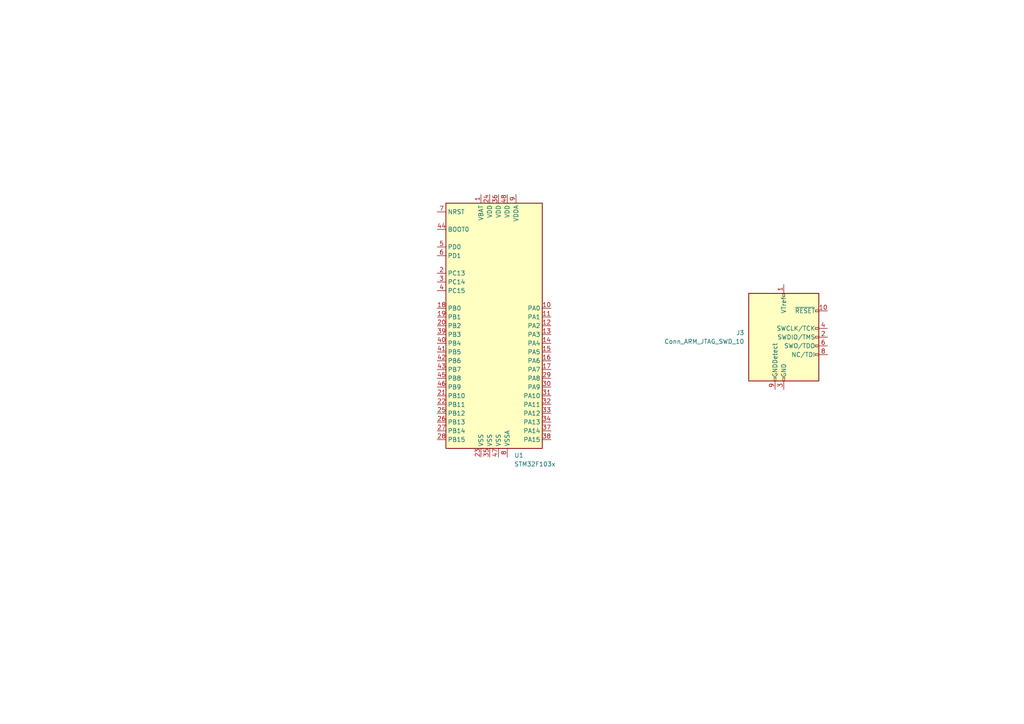
<source format=kicad_sch>
(kicad_sch (version 20230121) (generator eeschema)
  (paper "A4")
  (title_block (company "Embedded Dojo") (comment 1 "imuguruza and hans"))
  (lib_symbols
    (symbol "Connector:Conn_ARM_JTAG_SWD_10" (pin_names (offset 1.016))
      (property "Reference" "J" (at -2.54 16.51 0))
      (property "Value" "Conn_ARM_JTAG_SWD_10" (at -2.54 13.97 0))
      (symbol "Conn_ARM_JTAG_SWD_10_0_1"
        (rectangle (start -10.16 12.7) (end 10.16 -12.7) (stroke (width 0.254)) (fill (type background)))
        (rectangle (start -2.794 -12.7) (end -2.286 -11.684))
        (rectangle (start -0.254 -12.7) (end 0.254 -11.684))
        (rectangle (start -0.254 12.7) (end 0.254 11.684))
        (rectangle (start 9.144 2.286) (end 10.16 2.794))
        (rectangle (start 10.16 -2.794) (end 9.144 -2.286))
        (rectangle (start 10.16 -0.254) (end 9.144 0.254))
        (rectangle (start 10.16 7.874) (end 9.144 7.366))
      )
      (symbol "Conn_ARM_JTAG_SWD_10_1_1"
        (rectangle (start 9.144 -5.334) (end 10.16 -4.826))
        (pin power_in line (at 0 15.24 270) (length 2.54) (name "VTref") (number "1"))
        (pin open_collector line (at 12.7 7.62 180) (length 2.54) (name "~{RESET}") (number "10"))
        (pin bidirectional line (at 12.7 0 180) (length 2.54) (name "SWDIO/TMS") (number "2"))
        (pin power_in line (at 0 -15.24 90) (length 2.54) (name "GND") (number "3"))
        (pin output line (at 12.7 2.54 180) (length 2.54) (name "SWCLK/TCK") (number "4"))
        (pin passive line (at 0 -15.24 90) (length 2.54) hide (name "GND") (number "5"))
        (pin input line (at 12.7 -2.54 180) (length 2.54) (name "SWO/TDO") (number "6"))
        (pin no_connect line (at -10.16 0 0) (length 2.54) hide (name "KEY") (number "7"))
        (pin output line (at 12.7 -5.08 180) (length 2.54) (name "NC/TDI") (number "8"))
        (pin passive line (at -2.54 -15.24 90) (length 2.54) (name "GNDDetect") (number "9"))
      )
    )
    (symbol "MCU_ST_STM32F1:STM32F103C8Tx"
      (property "Reference" "U" (at -15.24 36.83 0))
      (property "Value" "STM32F103C8Tx" (at 7.62 36.83 0))
      (symbol "STM32F103C8Tx_0_1"
        (rectangle (start -15.24 -35.56) (end 12.7 35.56) (stroke (width 0.254)) (fill (type background)))
      )
      (symbol "STM32F103C8Tx_1_1"
        (pin power_in line (at -5.08 38.1 270) (length 2.54) (name "VBAT") (number "1"))
        (pin bidirectional line (at 15.24 5.08 180) (length 2.54) (name "PA0") (number "10"))
        (pin bidirectional line (at 15.24 2.54 180) (length 2.54) (name "PA1") (number "11"))
        (pin bidirectional line (at 15.24 0 180) (length 2.54) (name "PA2") (number "12"))
        (pin bidirectional line (at 15.24 -2.54 180) (length 2.54) (name "PA3") (number "13"))
        (pin bidirectional line (at 15.24 -5.08 180) (length 2.54) (name "PA4") (number "14"))
        (pin bidirectional line (at 15.24 -7.62 180) (length 2.54) (name "PA5") (number "15"))
        (pin bidirectional line (at 15.24 -10.16 180) (length 2.54) (name "PA6") (number "16"))
        (pin bidirectional line (at 15.24 -12.7 180) (length 2.54) (name "PA7") (number "17"))
        (pin bidirectional line (at -17.78 5.08 0) (length 2.54) (name "PB0") (number "18"))
        (pin bidirectional line (at -17.78 2.54 0) (length 2.54) (name "PB1") (number "19"))
        (pin bidirectional line (at -17.78 15.24 0) (length 2.54) (name "PC13") (number "2"))
        (pin bidirectional line (at -17.78 0 0) (length 2.54) (name "PB2") (number "20"))
        (pin bidirectional line (at -17.78 -20.32 0) (length 2.54) (name "PB10") (number "21"))
        (pin bidirectional line (at -17.78 -22.86 0) (length 2.54) (name "PB11") (number "22"))
        (pin power_in line (at -5.08 -38.1 90) (length 2.54) (name "VSS") (number "23"))
        (pin power_in line (at -2.54 38.1 270) (length 2.54) (name "VDD") (number "24"))
        (pin bidirectional line (at -17.78 -25.4 0) (length 2.54) (name "PB12") (number "25"))
        (pin bidirectional line (at -17.78 -27.94 0) (length 2.54) (name "PB13") (number "26"))
        (pin bidirectional line (at -17.78 -30.48 0) (length 2.54) (name "PB14") (number "27"))
        (pin bidirectional line (at -17.78 -33.02 0) (length 2.54) (name "PB15") (number "28"))
        (pin bidirectional line (at 15.24 -15.24 180) (length 2.54) (name "PA8") (number "29"))
        (pin bidirectional line (at -17.78 12.7 0) (length 2.54) (name "PC14") (number "3"))
        (pin bidirectional line (at 15.24 -17.78 180) (length 2.54) (name "PA9") (number "30"))
        (pin bidirectional line (at 15.24 -20.32 180) (length 2.54) (name "PA10") (number "31"))
        (pin bidirectional line (at 15.24 -22.86 180) (length 2.54) (name "PA11") (number "32"))
        (pin bidirectional line (at 15.24 -25.4 180) (length 2.54) (name "PA12") (number "33"))
        (pin bidirectional line (at 15.24 -27.94 180) (length 2.54) (name "PA13") (number "34"))
        (pin power_in line (at -2.54 -38.1 90) (length 2.54) (name "VSS") (number "35"))
        (pin power_in line (at 0 38.1 270) (length 2.54) (name "VDD") (number "36"))
        (pin bidirectional line (at 15.24 -30.48 180) (length 2.54) (name "PA14") (number "37"))
        (pin bidirectional line (at 15.24 -33.02 180) (length 2.54) (name "PA15") (number "38"))
        (pin bidirectional line (at -17.78 -2.54 0) (length 2.54) (name "PB3") (number "39"))
        (pin bidirectional line (at -17.78 10.16 0) (length 2.54) (name "PC15") (number "4"))
        (pin bidirectional line (at -17.78 -5.08 0) (length 2.54) (name "PB4") (number "40"))
        (pin bidirectional line (at -17.78 -7.62 0) (length 2.54) (name "PB5") (number "41"))
        (pin bidirectional line (at -17.78 -10.16 0) (length 2.54) (name "PB6") (number "42"))
        (pin bidirectional line (at -17.78 -12.7 0) (length 2.54) (name "PB7") (number "43"))
        (pin input line (at -17.78 27.94 0) (length 2.54) (name "BOOT0") (number "44"))
        (pin bidirectional line (at -17.78 -15.24 0) (length 2.54) (name "PB8") (number "45"))
        (pin bidirectional line (at -17.78 -17.78 0) (length 2.54) (name "PB9") (number "46"))
        (pin power_in line (at 0 -38.1 90) (length 2.54) (name "VSS") (number "47"))
        (pin power_in line (at 2.54 38.1 270) (length 2.54) (name "VDD") (number "48"))
        (pin input line (at -17.78 22.86 0) (length 2.54) (name "PD0") (number "5"))
        (pin input line (at -17.78 20.32 0) (length 2.54) (name "PD1") (number "6"))
        (pin input line (at -17.78 33.02 0) (length 2.54) (name "NRST") (number "7"))
        (pin power_in line (at 2.54 -38.1 90) (length 2.54) (name "VSSA") (number "8"))
        (pin power_in line (at 5.08 38.1 270) (length 2.54) (name "VDDA") (number "9"))
      )
    )
  )
  (symbol (lib_id "MCU_ST_STM32F1:STM32F103C8Tx") (at 144.5768 94.488 0) (unit 1)
    (property "Reference" "U1" (at 149.1362 132.08 0) (effects (justify left)))
    (property "Value" "STM32F103x" (at 149.1362 134.62 0) (effects (justify left)))
    (property "Datasheet" "http://www.st.com/st-web-ui/static/active/en/resource/technical/document/datasheet/CD00161566.pdf" (effects hide))
  )
  (symbol (lib_id "Connector:Conn_ARM_JTAG_SWD_10") (at 227.33 97.79 0) (unit 1)
    (property "Reference" "J3" (at 215.9 96.52 0) (effects (justify right)))
    (property "Value" "Conn_ARM_JTAG_SWD_10" (at 215.9 99.06 0) (effects (justify right)))
    (property "Datasheet" "http://infocenter.arm.com/help/topic/com.arm.doc.ddi0314h/DDI0314H_coresight_components_trm.pdf" (effects hide))
  )
)
</source>
